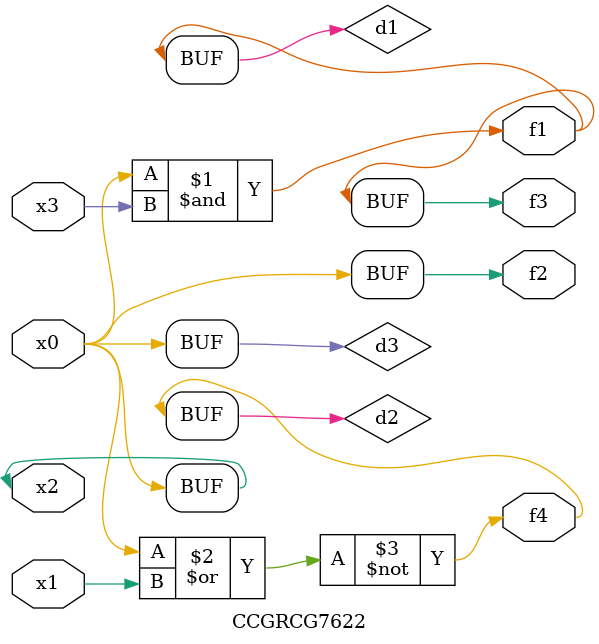
<source format=v>
module CCGRCG7622(
	input x0, x1, x2, x3,
	output f1, f2, f3, f4
);

	wire d1, d2, d3;

	and (d1, x2, x3);
	nor (d2, x0, x1);
	buf (d3, x0, x2);
	assign f1 = d1;
	assign f2 = d3;
	assign f3 = d1;
	assign f4 = d2;
endmodule

</source>
